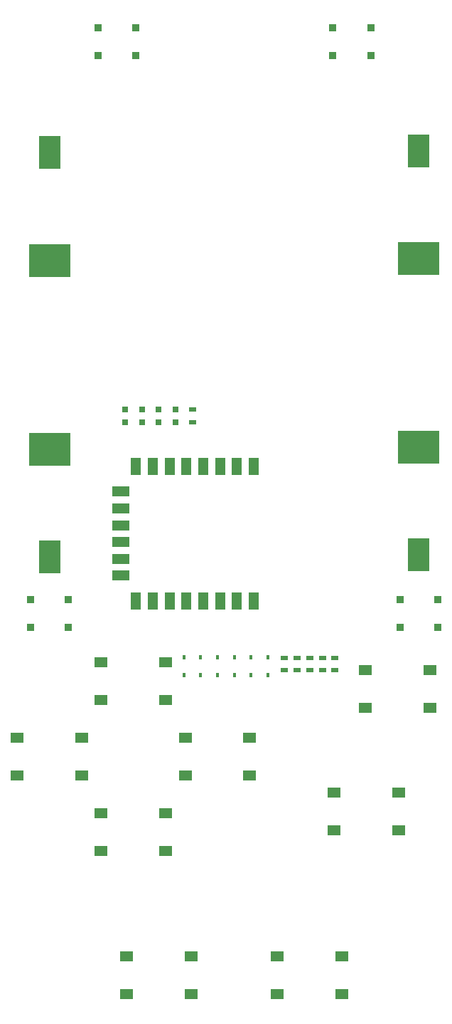
<source format=gbr>
G04 #@! TF.GenerationSoftware,KiCad,Pcbnew,(2017-07-14 revision d3b382c28)-master*
G04 #@! TF.CreationDate,2017-07-20T02:25:39-04:00*
G04 #@! TF.ProjectId,MAGLabs-2017-Swadges,4D41474C6162732D323031372D537761,rev?*
G04 #@! TF.SameCoordinates,Original
G04 #@! TF.FileFunction,Paste,Top*
G04 #@! TF.FilePolarity,Positive*
%FSLAX46Y46*%
G04 Gerber Fmt 4.6, Leading zero omitted, Abs format (unit mm)*
G04 Created by KiCad (PCBNEW (2017-07-14 revision d3b382c28)-master) date Thu Jul 20 02:25:39 2017*
%MOMM*%
%LPD*%
G01*
G04 APERTURE LIST*
%ADD10R,0.900000X0.500000*%
%ADD11R,2.500000X4.000000*%
%ADD12R,5.000000X4.000000*%
%ADD13R,1.550000X1.300000*%
%ADD14R,0.750000X0.800000*%
%ADD15R,0.450000X0.600000*%
%ADD16R,0.900000X0.900000*%
%ADD17R,1.200000X2.000000*%
%ADD18R,2.000000X1.200000*%
G04 APERTURE END LIST*
D10*
X148000000Y-111250000D03*
X148000000Y-112750000D03*
X146500000Y-112750000D03*
X146500000Y-111250000D03*
X145000000Y-112750000D03*
X145000000Y-111250000D03*
D11*
X158000000Y-99035000D03*
D12*
X158000000Y-86225000D03*
X158000000Y-63775000D03*
D11*
X158000000Y-50965000D03*
D13*
X151650000Y-112750000D03*
X159350000Y-112750000D03*
X159350000Y-117250000D03*
X151650000Y-117250000D03*
X147900000Y-127250000D03*
X155600000Y-127250000D03*
X155600000Y-131750000D03*
X147900000Y-131750000D03*
X141150000Y-146750000D03*
X148850000Y-146750000D03*
X148850000Y-151250000D03*
X141150000Y-151250000D03*
X123150000Y-146750000D03*
X130850000Y-146750000D03*
X130850000Y-151250000D03*
X123150000Y-151250000D03*
X130150000Y-120750000D03*
X137850000Y-120750000D03*
X137850000Y-125250000D03*
X130150000Y-125250000D03*
X120150000Y-129750000D03*
X127850000Y-129750000D03*
X127850000Y-134250000D03*
X120150000Y-134250000D03*
X120150000Y-111750000D03*
X127850000Y-111750000D03*
X127850000Y-116250000D03*
X120150000Y-116250000D03*
X110150000Y-120750000D03*
X117850000Y-120750000D03*
X117850000Y-125250000D03*
X110150000Y-125250000D03*
D11*
X114000000Y-51190000D03*
D12*
X114000000Y-64000000D03*
X114000000Y-86450000D03*
D11*
X114000000Y-99260000D03*
D14*
X123000000Y-83250000D03*
X123000000Y-81750000D03*
X129000000Y-81750000D03*
X129000000Y-83250000D03*
X125000000Y-83250000D03*
X125000000Y-81750000D03*
X127000000Y-81750000D03*
X127000000Y-83250000D03*
D15*
X130000000Y-113300000D03*
X130000000Y-111200000D03*
X132000000Y-113300000D03*
X132000000Y-111200000D03*
X134000000Y-113300000D03*
X134000000Y-111200000D03*
D16*
X116250000Y-107650000D03*
X111750000Y-107650000D03*
X116250000Y-104350000D03*
X111750000Y-104350000D03*
X155750000Y-104350000D03*
X160250000Y-104350000D03*
X155750000Y-107650000D03*
X160250000Y-107650000D03*
X147750000Y-36350000D03*
X152250000Y-36350000D03*
X147750000Y-39650000D03*
X152250000Y-39650000D03*
X124250000Y-39650000D03*
X119750000Y-39650000D03*
X124250000Y-36350000D03*
X119750000Y-36350000D03*
D15*
X136000000Y-113300000D03*
X136000000Y-111200000D03*
X138000000Y-111200000D03*
X138000000Y-113300000D03*
X140000000Y-111200000D03*
X140000000Y-113300000D03*
D10*
X131000000Y-83250000D03*
X131000000Y-81750000D03*
X143500000Y-112750000D03*
X143500000Y-111250000D03*
X142000000Y-111250000D03*
X142000000Y-112750000D03*
D17*
X138300000Y-104500000D03*
X136300000Y-104500000D03*
X134300000Y-104500000D03*
X132300000Y-104500000D03*
X130300000Y-104500000D03*
X128300000Y-104500000D03*
X126300000Y-104500000D03*
X124300000Y-104500000D03*
X138300000Y-88500000D03*
X136300000Y-88500000D03*
X134300000Y-88500000D03*
X132300000Y-88500000D03*
X130300000Y-88500000D03*
X128300000Y-88500000D03*
X126300000Y-88500000D03*
X124300000Y-88500000D03*
D18*
X122500000Y-91500000D03*
X122500000Y-93500000D03*
X122500000Y-95500000D03*
X122500000Y-101500000D03*
X122500000Y-99500000D03*
X122500000Y-97500000D03*
M02*

</source>
